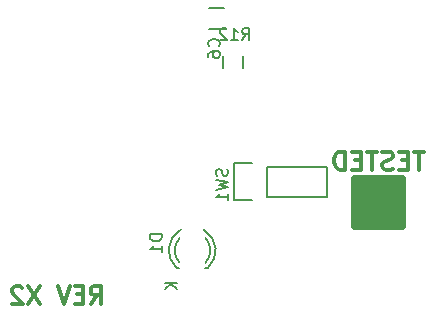
<source format=gbo>
G04 #@! TF.GenerationSoftware,KiCad,Pcbnew,(5.1.10)-1*
G04 #@! TF.CreationDate,2022-01-17T16:42:43-05:00*
G04 #@! TF.ProjectId,DiffProbe,44696666-5072-46f6-9265-2e6b69636164,X1*
G04 #@! TF.SameCoordinates,Original*
G04 #@! TF.FileFunction,Legend,Bot*
G04 #@! TF.FilePolarity,Positive*
%FSLAX46Y46*%
G04 Gerber Fmt 4.6, Leading zero omitted, Abs format (unit mm)*
G04 Created by KiCad (PCBNEW (5.1.10)-1) date 2022-01-17 16:42:43*
%MOMM*%
%LPD*%
G01*
G04 APERTURE LIST*
%ADD10C,0.300000*%
%ADD11C,0.150000*%
%ADD12C,0.650000*%
%ADD13C,0.304800*%
G04 APERTURE END LIST*
D10*
X13727571Y-35222571D02*
X14227571Y-34508285D01*
X14584714Y-35222571D02*
X14584714Y-33722571D01*
X14013285Y-33722571D01*
X13870428Y-33794000D01*
X13799000Y-33865428D01*
X13727571Y-34008285D01*
X13727571Y-34222571D01*
X13799000Y-34365428D01*
X13870428Y-34436857D01*
X14013285Y-34508285D01*
X14584714Y-34508285D01*
X13084714Y-34436857D02*
X12584714Y-34436857D01*
X12370428Y-35222571D02*
X13084714Y-35222571D01*
X13084714Y-33722571D01*
X12370428Y-33722571D01*
X11941857Y-33722571D02*
X11441857Y-35222571D01*
X10941857Y-33722571D01*
X9441857Y-33722571D02*
X8441857Y-35222571D01*
X8441857Y-33722571D02*
X9441857Y-35222571D01*
X7941857Y-33865428D02*
X7870428Y-33794000D01*
X7727571Y-33722571D01*
X7370428Y-33722571D01*
X7227571Y-33794000D01*
X7156142Y-33865428D01*
X7084714Y-34008285D01*
X7084714Y-34151142D01*
X7156142Y-34365428D01*
X8013285Y-35222571D01*
X7084714Y-35222571D01*
D11*
X24900000Y-15250000D02*
X24900000Y-14250000D01*
X26600000Y-14250000D02*
X26600000Y-15250000D01*
X23784000Y-11924000D02*
X24984000Y-11924000D01*
X24984000Y-10174000D02*
X23784000Y-10174000D01*
D12*
X36100000Y-28170000D02*
X40100000Y-28170000D01*
X36100000Y-27670000D02*
X36100000Y-28170000D01*
X40100000Y-27670000D02*
X36100000Y-27670000D01*
X40100000Y-27170000D02*
X40100000Y-27670000D01*
X39600000Y-27170000D02*
X40100000Y-27170000D01*
X36100000Y-27170000D02*
X39600000Y-27170000D01*
X36100000Y-26670000D02*
X36100000Y-27170000D01*
X40100000Y-26670000D02*
X36100000Y-26670000D01*
X40100000Y-26170000D02*
X40100000Y-26670000D01*
X36100000Y-26170000D02*
X40100000Y-26170000D01*
X36100000Y-25670000D02*
X36100000Y-26170000D01*
X40100000Y-25670000D02*
X36100000Y-25670000D01*
X40100000Y-25170000D02*
X40100000Y-25670000D01*
X36100000Y-25170000D02*
X40100000Y-25170000D01*
X36100000Y-24670000D02*
X36100000Y-25170000D01*
X36100000Y-28670000D02*
X36100000Y-24670000D01*
X40100000Y-28670000D02*
X36100000Y-28670000D01*
X40100000Y-24670000D02*
X40100000Y-28670000D01*
X36100000Y-24670000D02*
X40100000Y-24670000D01*
D11*
X23632000Y-32203000D02*
X23452000Y-32203000D01*
X21038000Y-32203000D02*
X21238000Y-32203000D01*
X23321643Y-28975256D02*
G75*
G02*
X23638000Y-32203000I-1003643J-1727744D01*
G01*
X23451068Y-29650994D02*
G75*
G02*
X23452000Y-31754000I-1133068J-1052006D01*
G01*
X21011274Y-32190220D02*
G75*
G02*
X21358000Y-28953000I1306726J1497220D01*
G01*
X21238747Y-31716889D02*
G75*
G02*
X21258000Y-29669000I1079253J1013889D01*
G01*
X25882000Y-23342000D02*
X25882000Y-26442000D01*
X27432000Y-23342000D02*
X25882000Y-23342000D01*
X28702000Y-26162000D02*
X28702000Y-23622000D01*
X25882000Y-26442000D02*
X27432000Y-26442000D01*
X33782000Y-26162000D02*
X28702000Y-26162000D01*
X33782000Y-23622000D02*
X33782000Y-26162000D01*
X28702000Y-23622000D02*
X33782000Y-23622000D01*
X24583142Y-13440333D02*
X24630761Y-13392714D01*
X24678380Y-13249857D01*
X24678380Y-13154619D01*
X24630761Y-13011761D01*
X24535523Y-12916523D01*
X24440285Y-12868904D01*
X24249809Y-12821285D01*
X24106952Y-12821285D01*
X23916476Y-12868904D01*
X23821238Y-12916523D01*
X23726000Y-13011761D01*
X23678380Y-13154619D01*
X23678380Y-13249857D01*
X23726000Y-13392714D01*
X23773619Y-13440333D01*
X23678380Y-14297476D02*
X23678380Y-14107000D01*
X23726000Y-14011761D01*
X23773619Y-13964142D01*
X23916476Y-13868904D01*
X24106952Y-13821285D01*
X24487904Y-13821285D01*
X24583142Y-13868904D01*
X24630761Y-13916523D01*
X24678380Y-14011761D01*
X24678380Y-14202238D01*
X24630761Y-14297476D01*
X24583142Y-14345095D01*
X24487904Y-14392714D01*
X24249809Y-14392714D01*
X24154571Y-14345095D01*
X24106952Y-14297476D01*
X24059333Y-14202238D01*
X24059333Y-14011761D01*
X24106952Y-13916523D01*
X24154571Y-13868904D01*
X24249809Y-13821285D01*
X26550857Y-12898380D02*
X26884190Y-12422190D01*
X27122285Y-12898380D02*
X27122285Y-11898380D01*
X26741333Y-11898380D01*
X26646095Y-11946000D01*
X26598476Y-11993619D01*
X26550857Y-12088857D01*
X26550857Y-12231714D01*
X26598476Y-12326952D01*
X26646095Y-12374571D01*
X26741333Y-12422190D01*
X27122285Y-12422190D01*
X25598476Y-12898380D02*
X26169904Y-12898380D01*
X25884190Y-12898380D02*
X25884190Y-11898380D01*
X25979428Y-12041238D01*
X26074666Y-12136476D01*
X26169904Y-12184095D01*
X25217523Y-11993619D02*
X25169904Y-11946000D01*
X25074666Y-11898380D01*
X24836571Y-11898380D01*
X24741333Y-11946000D01*
X24693714Y-11993619D01*
X24646095Y-12088857D01*
X24646095Y-12184095D01*
X24693714Y-12326952D01*
X25265142Y-12898380D01*
X24646095Y-12898380D01*
D13*
X41982571Y-22335428D02*
X41111714Y-22335428D01*
X41547142Y-23859428D02*
X41547142Y-22335428D01*
X40603714Y-23061142D02*
X40095714Y-23061142D01*
X39878000Y-23859428D02*
X40603714Y-23859428D01*
X40603714Y-22335428D01*
X39878000Y-22335428D01*
X39297428Y-23786857D02*
X39079714Y-23859428D01*
X38716857Y-23859428D01*
X38571714Y-23786857D01*
X38499142Y-23714285D01*
X38426571Y-23569142D01*
X38426571Y-23424000D01*
X38499142Y-23278857D01*
X38571714Y-23206285D01*
X38716857Y-23133714D01*
X39007142Y-23061142D01*
X39152285Y-22988571D01*
X39224857Y-22916000D01*
X39297428Y-22770857D01*
X39297428Y-22625714D01*
X39224857Y-22480571D01*
X39152285Y-22408000D01*
X39007142Y-22335428D01*
X38644285Y-22335428D01*
X38426571Y-22408000D01*
X37991142Y-22335428D02*
X37120285Y-22335428D01*
X37555714Y-23859428D02*
X37555714Y-22335428D01*
X36612285Y-23061142D02*
X36104285Y-23061142D01*
X35886571Y-23859428D02*
X36612285Y-23859428D01*
X36612285Y-22335428D01*
X35886571Y-22335428D01*
X35233428Y-23859428D02*
X35233428Y-22335428D01*
X34870571Y-22335428D01*
X34652857Y-22408000D01*
X34507714Y-22553142D01*
X34435142Y-22698285D01*
X34362571Y-22988571D01*
X34362571Y-23206285D01*
X34435142Y-23496571D01*
X34507714Y-23641714D01*
X34652857Y-23786857D01*
X34870571Y-23859428D01*
X35233428Y-23859428D01*
D11*
X19744380Y-29355904D02*
X18744380Y-29355904D01*
X18744380Y-29594000D01*
X18792000Y-29736857D01*
X18887238Y-29832095D01*
X18982476Y-29879714D01*
X19172952Y-29927333D01*
X19315809Y-29927333D01*
X19506285Y-29879714D01*
X19601523Y-29832095D01*
X19696761Y-29736857D01*
X19744380Y-29594000D01*
X19744380Y-29355904D01*
X19744380Y-30879714D02*
X19744380Y-30308285D01*
X19744380Y-30594000D02*
X18744380Y-30594000D01*
X18887238Y-30498761D01*
X18982476Y-30403523D01*
X19030095Y-30308285D01*
X21064380Y-33432095D02*
X20064380Y-33432095D01*
X21064380Y-34003523D02*
X20492952Y-33574952D01*
X20064380Y-34003523D02*
X20635809Y-33432095D01*
X25296761Y-23812666D02*
X25344380Y-23955523D01*
X25344380Y-24193619D01*
X25296761Y-24288857D01*
X25249142Y-24336476D01*
X25153904Y-24384095D01*
X25058666Y-24384095D01*
X24963428Y-24336476D01*
X24915809Y-24288857D01*
X24868190Y-24193619D01*
X24820571Y-24003142D01*
X24772952Y-23907904D01*
X24725333Y-23860285D01*
X24630095Y-23812666D01*
X24534857Y-23812666D01*
X24439619Y-23860285D01*
X24392000Y-23907904D01*
X24344380Y-24003142D01*
X24344380Y-24241238D01*
X24392000Y-24384095D01*
X24344380Y-24717428D02*
X25344380Y-24955523D01*
X24630095Y-25146000D01*
X25344380Y-25336476D01*
X24344380Y-25574571D01*
X25344380Y-26479333D02*
X25344380Y-25907904D01*
X25344380Y-26193619D02*
X24344380Y-26193619D01*
X24487238Y-26098380D01*
X24582476Y-26003142D01*
X24630095Y-25907904D01*
M02*

</source>
